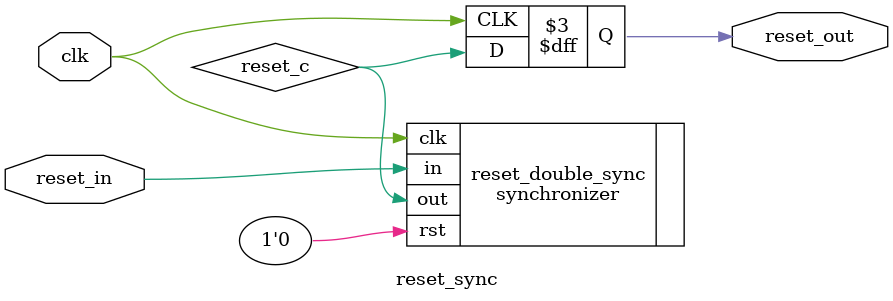
<source format=v>

module reset_sync (
  // clock for the output reset
  input  clk,
  // glitch-free input reset
  input  reset_in,
  // output reset in the clk domain
  output reg reset_out = 1'b1);

  wire reset_c;

  synchronizer #(
    // The input reset is async to the output clk domain... so timing should not be
    // analyzed here!
    .FALSE_PATH_TO_IN(1),
    // Assert reset_out by default. When clk starts toggling the downstream logic will
    // be in reset for at least 10 clk cycles. This allows the clock to settle (if needed)
    // and the reset to propagate fully to all logic.
    .INITIAL_VAL(1),
    .STAGES(10)
  ) reset_double_sync (
    .clk(clk), .rst(1'b0), .in(reset_in), .out(reset_c)
  );

  always @(posedge clk)
      reset_out <= reset_c;

endmodule // reset_sync

</source>
